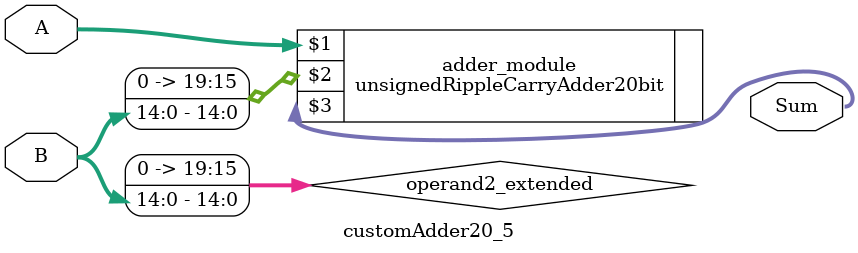
<source format=v>

module customAdder20_5(
                    input [19 : 0] A,
                    input [14 : 0] B,
                    
                    output [20 : 0] Sum
            );

    wire [19 : 0] operand2_extended;
    
    assign operand2_extended =  {5'b0, B};
    
    unsignedRippleCarryAdder20bit adder_module(
        A,
        operand2_extended,
        Sum
    );
    
endmodule
        
</source>
